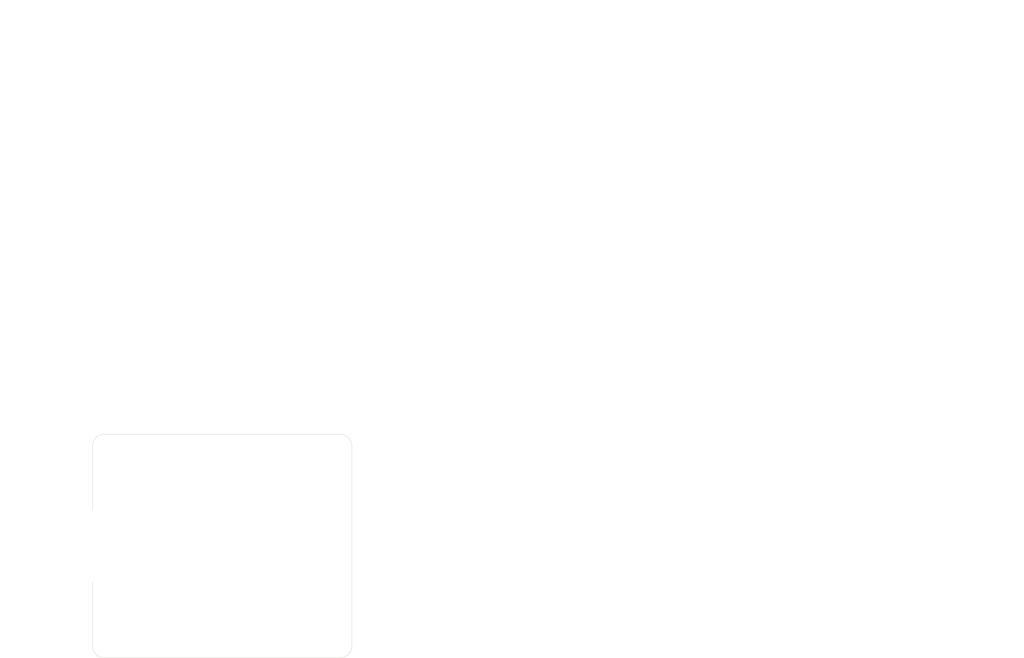
<source format=kicad_pcb>
(kicad_pcb (version 20240108) (generator "pcbnew") (generator_version "8.0")
  (title_block (title "Example Project") (date "2024-12-16") (rev "Rev01_1") (company "AKK Electronics") (comment 3 "aungkyawkhaing96.ece@gmail.com") (comment 4 "Aung Kyaw Khaing"))
  (layers (0 "F.Cu" signal) (31 "B.Cu" signal) (34 "B.Paste" user) (35 "F.Paste" user) (36 "B.SilkS" user "B.Silkscreen") (37 "F.SilkS" user "F.Silkscreen") (38 "B.Mask" user) (39 "F.Mask" user) (44 "Edge.Cuts" user))
  (net 0 "")
  (footprint "MountingHole:MountingHole_2.7mm_M2.5" (layer "F.Cu") (at 237.668 125.4)
    (property "Reference" "MH2" (hide yes))
    (property "Value" "MountingHole_2.7mm_M2.5" (hide yes))
    (pad "" np_thru_hole circle (at 0 0) (size 2.7 2.7) (drill 2.7) (layers "*.Cu" "*.Mask"))
  )
  (footprint "MountingHole:MountingHole_2.7mm_M2.5" (layer "F.Cu") (at 179.668 174.4)
    (property "Reference" "MH3" (hide yes))
    (property "Value" "MountingHole_2.7mm_M2.5" (hide yes))
    (pad "" np_thru_hole circle (at 0 0) (size 2.7 2.7) (drill 2.7) (layers "*.Cu" "*.Mask"))
  )
  (footprint "MountingHole:MountingHole_2.7mm_M2.5" (layer "F.Cu") (at 179.668 125.4)
    (property "Reference" "MH1" (hide yes))
    (property "Value" "MountingHole_2.7mm_M2.5" (hide yes))
    (pad "" np_thru_hole circle (at 0 0) (size 2.7 2.7) (drill 2.7) (layers "*.Cu" "*.Mask"))
  )
  (footprint "MountingHole:MountingHole_2.7mm_M2.5" (layer "F.Cu") (at 237.668 174.4)
    (property "Reference" "MH4" (hide yes))
    (property "Value" "MountingHole_2.7mm_M2.5" (hide yes))
    (pad "" np_thru_hole circle (at 0 0) (size 2.7 2.7) (drill 2.7) (layers "*.Cu" "*.Mask"))
  )
  (gr_arc (start 238.168 121.9) (mid 240.28932 122.77868) (end 241.168 124.9) (stroke (width 0.1)) (layer "Edge.Cuts"))
  (gr_line (start 241.168 174.9) (end 241.168 124.9) (stroke (width 0.1)) (layer "Edge.Cuts"))
  (gr_line (start 176.168 124.9) (end 176.168 140.9) (stroke (width 0.1)) (layer "Edge.Cuts"))
  (gr_arc (start 179.168 177.9) (mid 177.04668 177.02132) (end 176.168 174.9) (stroke (width 0.1)) (layer "Edge.Cuts"))
  (gr_line (start 179.168 177.9) (end 238.168 177.9) (stroke (width 0.1)) (layer "Edge.Cuts"))
  (gr_arc (start 241.168 174.9) (mid 240.28932 177.02132) (end 238.168 177.9) (stroke (width 0.1)) (layer "Edge.Cuts"))
  (gr_arc (start 176.168 124.9) (mid 177.04668 122.77868) (end 179.168 121.9) (stroke (width 0.1)) (layer "Edge.Cuts"))
  (gr_line (start 176.168 158.9) (end 176.168 174.9) (stroke (width 0.1)) (layer "Edge.Cuts"))
  (gr_line (start 238.168 121.9) (end 179.168 121.9) (stroke (width 0.1)) (layer "Edge.Cuts"))
)
</source>
